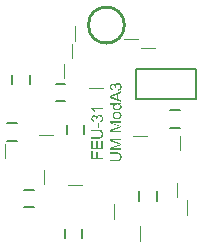
<source format=gto>
G04 Layer_Color=65535*
%FSLAX25Y25*%
%MOIN*%
G70*
G01*
G75*
%ADD18C,0.01000*%
%ADD19C,0.00787*%
%ADD20C,0.00394*%
G36*
X-1280Y9786D02*
X-4279D01*
X-4271Y9778D01*
X-4250Y9757D01*
X-4221Y9720D01*
X-4179Y9666D01*
X-4129Y9603D01*
X-4075Y9524D01*
X-4017Y9437D01*
X-3954Y9337D01*
Y9333D01*
X-3946Y9324D01*
X-3938Y9312D01*
X-3929Y9291D01*
X-3913Y9266D01*
X-3900Y9237D01*
X-3863Y9171D01*
X-3825Y9096D01*
X-3784Y9013D01*
X-3746Y8925D01*
X-3713Y8842D01*
X-4167D01*
X-4171Y8846D01*
X-4175Y8859D01*
X-4187Y8879D01*
X-4200Y8908D01*
X-4216Y8942D01*
X-4241Y8983D01*
X-4266Y9029D01*
X-4291Y9075D01*
X-4358Y9183D01*
X-4437Y9300D01*
X-4520Y9420D01*
X-4616Y9533D01*
X-4620Y9537D01*
X-4628Y9545D01*
X-4641Y9562D01*
X-4662Y9582D01*
X-4687Y9603D01*
X-4712Y9632D01*
X-4782Y9695D01*
X-4857Y9765D01*
X-4944Y9836D01*
X-5036Y9899D01*
X-5132Y9953D01*
Y10256D01*
X-1280D01*
Y9786D01*
D02*
G37*
G36*
X-2361Y8010D02*
X-2328D01*
X-2282Y8002D01*
X-2232Y7993D01*
X-2178Y7985D01*
X-2116Y7968D01*
X-2049Y7948D01*
X-1983Y7923D01*
X-1912Y7893D01*
X-1841Y7856D01*
X-1766Y7814D01*
X-1695Y7764D01*
X-1625Y7710D01*
X-1558Y7644D01*
X-1554Y7640D01*
X-1542Y7627D01*
X-1525Y7606D01*
X-1504Y7577D01*
X-1479Y7544D01*
X-1450Y7498D01*
X-1417Y7448D01*
X-1388Y7390D01*
X-1354Y7328D01*
X-1321Y7257D01*
X-1292Y7182D01*
X-1267Y7099D01*
X-1246Y7012D01*
X-1230Y6920D01*
X-1217Y6824D01*
X-1213Y6720D01*
Y6716D01*
Y6700D01*
X-1217Y6670D01*
Y6637D01*
X-1221Y6591D01*
X-1230Y6542D01*
X-1238Y6487D01*
X-1250Y6425D01*
X-1267Y6358D01*
X-1288Y6292D01*
X-1309Y6221D01*
X-1338Y6150D01*
X-1375Y6080D01*
X-1413Y6013D01*
X-1458Y5942D01*
X-1512Y5880D01*
X-1517Y5876D01*
X-1525Y5867D01*
X-1542Y5851D01*
X-1567Y5826D01*
X-1596Y5801D01*
X-1633Y5772D01*
X-1675Y5743D01*
X-1725Y5709D01*
X-1775Y5676D01*
X-1837Y5643D01*
X-1899Y5610D01*
X-1970Y5581D01*
X-2045Y5556D01*
X-2124Y5531D01*
X-2207Y5514D01*
X-2295Y5502D01*
X-2357Y5971D01*
X-2353D01*
X-2340Y5976D01*
X-2320Y5980D01*
X-2290Y5988D01*
X-2257Y5996D01*
X-2220Y6005D01*
X-2132Y6034D01*
X-2037Y6071D01*
X-1941Y6117D01*
X-1854Y6175D01*
X-1816Y6209D01*
X-1779Y6242D01*
Y6246D01*
X-1770Y6250D01*
X-1762Y6263D01*
X-1750Y6275D01*
X-1725Y6317D01*
X-1691Y6375D01*
X-1658Y6446D01*
X-1633Y6525D01*
X-1612Y6621D01*
X-1604Y6720D01*
Y6724D01*
Y6737D01*
Y6754D01*
X-1608Y6779D01*
X-1612Y6803D01*
X-1616Y6841D01*
X-1633Y6916D01*
X-1658Y7007D01*
X-1700Y7103D01*
X-1729Y7149D01*
X-1758Y7195D01*
X-1791Y7240D01*
X-1833Y7286D01*
X-1837Y7290D01*
X-1845Y7294D01*
X-1858Y7307D01*
X-1874Y7323D01*
X-1895Y7340D01*
X-1924Y7357D01*
X-1953Y7378D01*
X-1991Y7403D01*
X-2074Y7444D01*
X-2170Y7478D01*
X-2282Y7507D01*
X-2340Y7511D01*
X-2403Y7515D01*
X-2436D01*
X-2457Y7511D01*
X-2486Y7507D01*
X-2515Y7502D01*
X-2590Y7490D01*
X-2677Y7461D01*
X-2765Y7423D01*
X-2810Y7398D01*
X-2852Y7369D01*
X-2894Y7336D01*
X-2935Y7299D01*
X-2939Y7294D01*
X-2943Y7290D01*
X-2956Y7278D01*
X-2968Y7261D01*
X-2985Y7240D01*
X-3002Y7215D01*
X-3043Y7153D01*
X-3081Y7074D01*
X-3114Y6982D01*
X-3139Y6878D01*
X-3143Y6820D01*
X-3147Y6762D01*
Y6758D01*
Y6737D01*
X-3143Y6708D01*
Y6670D01*
X-3135Y6621D01*
X-3127Y6566D01*
X-3114Y6500D01*
X-3097Y6429D01*
X-3509Y6479D01*
Y6483D01*
Y6487D01*
X-3505Y6508D01*
X-3501Y6533D01*
Y6558D01*
Y6562D01*
Y6571D01*
Y6587D01*
X-3505Y6608D01*
Y6637D01*
X-3509Y6666D01*
X-3522Y6737D01*
X-3538Y6820D01*
X-3568Y6912D01*
X-3605Y7007D01*
X-3659Y7099D01*
Y7103D01*
X-3667Y7111D01*
X-3676Y7120D01*
X-3688Y7136D01*
X-3726Y7178D01*
X-3780Y7224D01*
X-3846Y7265D01*
X-3929Y7307D01*
X-3975Y7323D01*
X-4029Y7332D01*
X-4083Y7340D01*
X-4142Y7344D01*
X-4167D01*
X-4187Y7340D01*
X-4233Y7336D01*
X-4295Y7323D01*
X-4362Y7303D01*
X-4433Y7270D01*
X-4508Y7224D01*
X-4541Y7199D01*
X-4574Y7165D01*
X-4583Y7157D01*
X-4599Y7132D01*
X-4628Y7095D01*
X-4662Y7045D01*
X-4691Y6978D01*
X-4720Y6899D01*
X-4736Y6812D01*
X-4745Y6712D01*
Y6708D01*
Y6700D01*
Y6687D01*
X-4741Y6666D01*
Y6641D01*
X-4736Y6616D01*
X-4724Y6550D01*
X-4703Y6479D01*
X-4670Y6400D01*
X-4628Y6325D01*
X-4570Y6250D01*
X-4562Y6242D01*
X-4537Y6221D01*
X-4499Y6188D01*
X-4441Y6155D01*
X-4370Y6113D01*
X-4279Y6075D01*
X-4175Y6042D01*
X-4054Y6017D01*
X-4137Y5547D01*
X-4142D01*
X-4158Y5551D01*
X-4183Y5556D01*
X-4216Y5564D01*
X-4254Y5576D01*
X-4300Y5589D01*
X-4350Y5605D01*
X-4404Y5626D01*
X-4524Y5680D01*
X-4583Y5709D01*
X-4645Y5747D01*
X-4703Y5788D01*
X-4761Y5834D01*
X-4820Y5884D01*
X-4870Y5938D01*
X-4874Y5942D01*
X-4882Y5951D01*
X-4895Y5971D01*
X-4911Y5992D01*
X-4932Y6026D01*
X-4953Y6059D01*
X-4978Y6101D01*
X-5003Y6150D01*
X-5023Y6200D01*
X-5049Y6259D01*
X-5069Y6321D01*
X-5090Y6387D01*
X-5107Y6462D01*
X-5119Y6537D01*
X-5127Y6616D01*
X-5132Y6700D01*
Y6704D01*
Y6712D01*
Y6729D01*
Y6754D01*
X-5127Y6783D01*
X-5123Y6812D01*
X-5115Y6891D01*
X-5098Y6978D01*
X-5073Y7078D01*
X-5040Y7178D01*
X-4994Y7278D01*
Y7282D01*
X-4990Y7290D01*
X-4982Y7303D01*
X-4969Y7323D01*
X-4940Y7369D01*
X-4899Y7428D01*
X-4845Y7494D01*
X-4782Y7561D01*
X-4712Y7627D01*
X-4628Y7685D01*
X-4624D01*
X-4620Y7690D01*
X-4603Y7698D01*
X-4587Y7706D01*
X-4566Y7719D01*
X-4541Y7731D01*
X-4479Y7756D01*
X-4404Y7781D01*
X-4321Y7806D01*
X-4229Y7823D01*
X-4133Y7827D01*
X-4092D01*
X-4042Y7819D01*
X-3983Y7810D01*
X-3913Y7794D01*
X-3838Y7769D01*
X-3759Y7735D01*
X-3680Y7690D01*
X-3676D01*
X-3672Y7685D01*
X-3647Y7665D01*
X-3609Y7636D01*
X-3563Y7590D01*
X-3509Y7536D01*
X-3455Y7465D01*
X-3405Y7386D01*
X-3355Y7294D01*
Y7299D01*
X-3351Y7311D01*
X-3347Y7328D01*
X-3339Y7353D01*
X-3330Y7378D01*
X-3318Y7411D01*
X-3285Y7490D01*
X-3239Y7573D01*
X-3185Y7660D01*
X-3114Y7748D01*
X-3027Y7823D01*
X-3023Y7827D01*
X-3014Y7831D01*
X-3002Y7839D01*
X-2981Y7852D01*
X-2960Y7869D01*
X-2931Y7885D01*
X-2898Y7902D01*
X-2856Y7918D01*
X-2815Y7935D01*
X-2769Y7952D01*
X-2665Y7985D01*
X-2544Y8006D01*
X-2478Y8014D01*
X-2390D01*
X-2361Y8010D01*
D02*
G37*
G36*
X4921Y-552D02*
X1706D01*
X4921Y-1676D01*
Y-2133D01*
X1651Y-3240D01*
X4921D01*
Y-3731D01*
X1082D01*
Y-2970D01*
X3802Y-2058D01*
X3806D01*
X3819Y-2054D01*
X3840Y-2046D01*
X3865Y-2038D01*
X3894Y-2029D01*
X3931Y-2017D01*
X4014Y-1988D01*
X4106Y-1959D01*
X4202Y-1929D01*
X4289Y-1900D01*
X4330Y-1888D01*
X4368Y-1875D01*
X4364D01*
X4360Y-1871D01*
X4347Y-1867D01*
X4330Y-1863D01*
X4306Y-1855D01*
X4281Y-1846D01*
X4247Y-1838D01*
X4214Y-1825D01*
X4172Y-1813D01*
X4127Y-1796D01*
X4077Y-1780D01*
X4019Y-1763D01*
X3960Y-1742D01*
X3894Y-1722D01*
X3827Y-1696D01*
X3752Y-1671D01*
X1082Y-748D01*
Y-62D01*
X4921D01*
Y-552D01*
D02*
G37*
G36*
X3444Y-4563D02*
X3498Y-4567D01*
X3561Y-4571D01*
X3632Y-4575D01*
X3777Y-4592D01*
X3931Y-4613D01*
X4081Y-4646D01*
X4152Y-4667D01*
X4218Y-4692D01*
X4222D01*
X4235Y-4696D01*
X4251Y-4704D01*
X4276Y-4717D01*
X4306Y-4733D01*
X4339Y-4750D01*
X4414Y-4800D01*
X4459Y-4829D01*
X4501Y-4862D01*
X4551Y-4904D01*
X4597Y-4945D01*
X4642Y-4995D01*
X4688Y-5045D01*
X4730Y-5103D01*
X4772Y-5166D01*
X4776Y-5170D01*
X4780Y-5183D01*
X4792Y-5199D01*
X4805Y-5228D01*
X4821Y-5262D01*
X4838Y-5303D01*
X4859Y-5349D01*
X4876Y-5407D01*
X4896Y-5466D01*
X4917Y-5532D01*
X4934Y-5607D01*
X4950Y-5686D01*
X4963Y-5773D01*
X4975Y-5865D01*
X4980Y-5960D01*
X4984Y-6060D01*
Y-6064D01*
Y-6085D01*
Y-6114D01*
X4980Y-6152D01*
Y-6198D01*
X4975Y-6247D01*
X4967Y-6310D01*
X4959Y-6372D01*
X4938Y-6514D01*
X4905Y-6663D01*
X4859Y-6809D01*
X4834Y-6880D01*
X4801Y-6946D01*
X4797Y-6951D01*
X4792Y-6963D01*
X4780Y-6980D01*
X4767Y-7000D01*
X4747Y-7030D01*
X4722Y-7063D01*
X4697Y-7096D01*
X4663Y-7134D01*
X4589Y-7217D01*
X4497Y-7296D01*
X4389Y-7371D01*
X4326Y-7404D01*
X4264Y-7433D01*
X4260D01*
X4247Y-7437D01*
X4227Y-7446D01*
X4197Y-7454D01*
X4164Y-7466D01*
X4118Y-7479D01*
X4069Y-7491D01*
X4010Y-7504D01*
X3944Y-7520D01*
X3873Y-7533D01*
X3794Y-7546D01*
X3706Y-7554D01*
X3615Y-7566D01*
X3515Y-7570D01*
X3411Y-7579D01*
X1082D01*
Y-7071D01*
X3382D01*
X3424Y-7067D01*
X3469D01*
X3523Y-7063D01*
X3578Y-7059D01*
X3698Y-7050D01*
X3819Y-7034D01*
X3935Y-7009D01*
X3989Y-6996D01*
X4035Y-6980D01*
X4039D01*
X4044Y-6976D01*
X4056Y-6971D01*
X4073Y-6963D01*
X4118Y-6938D01*
X4168Y-6905D01*
X4231Y-6863D01*
X4289Y-6809D01*
X4347Y-6743D01*
X4401Y-6663D01*
Y-6659D01*
X4405Y-6651D01*
X4414Y-6639D01*
X4422Y-6622D01*
X4430Y-6601D01*
X4439Y-6572D01*
X4451Y-6543D01*
X4464Y-6510D01*
X4484Y-6426D01*
X4505Y-6331D01*
X4522Y-6223D01*
X4526Y-6106D01*
Y-6098D01*
Y-6081D01*
Y-6052D01*
X4522Y-6015D01*
X4518Y-5969D01*
X4514Y-5915D01*
X4505Y-5856D01*
X4493Y-5794D01*
X4464Y-5665D01*
X4443Y-5599D01*
X4418Y-5532D01*
X4389Y-5470D01*
X4355Y-5411D01*
X4318Y-5357D01*
X4272Y-5307D01*
X4268Y-5303D01*
X4260Y-5295D01*
X4243Y-5287D01*
X4222Y-5270D01*
X4193Y-5253D01*
X4156Y-5232D01*
X4110Y-5207D01*
X4056Y-5187D01*
X3994Y-5166D01*
X3923Y-5141D01*
X3844Y-5120D01*
X3757Y-5103D01*
X3657Y-5087D01*
X3548Y-5074D01*
X3428Y-5070D01*
X3299Y-5066D01*
X1082D01*
Y-4559D01*
X3395D01*
X3444Y-4563D01*
D02*
G37*
G36*
X-1280Y-3534D02*
X-5119D01*
Y-755D01*
X-4666D01*
Y-3026D01*
X-3493D01*
Y-901D01*
X-3039D01*
Y-3026D01*
X-1733D01*
Y-668D01*
X-1280D01*
Y-3534D01*
D02*
G37*
G36*
X-4666Y-6284D02*
X-3476D01*
Y-4482D01*
X-3023D01*
Y-6284D01*
X-1280D01*
Y-6791D01*
X-5119D01*
Y-4204D01*
X-4666D01*
Y-6284D01*
D02*
G37*
G36*
X-2432Y3659D02*
X-2906D01*
Y5110D01*
X-2432D01*
Y3659D01*
D02*
G37*
G36*
X-2756Y3055D02*
X-2702Y3051D01*
X-2640Y3047D01*
X-2569Y3043D01*
X-2424Y3026D01*
X-2270Y3005D01*
X-2120Y2972D01*
X-2049Y2951D01*
X-1983Y2926D01*
X-1978D01*
X-1966Y2922D01*
X-1949Y2914D01*
X-1924Y2902D01*
X-1895Y2885D01*
X-1862Y2868D01*
X-1787Y2818D01*
X-1741Y2789D01*
X-1700Y2756D01*
X-1650Y2714D01*
X-1604Y2673D01*
X-1558Y2623D01*
X-1512Y2573D01*
X-1471Y2515D01*
X-1429Y2452D01*
X-1425Y2448D01*
X-1421Y2435D01*
X-1409Y2419D01*
X-1396Y2390D01*
X-1379Y2356D01*
X-1363Y2315D01*
X-1342Y2269D01*
X-1325Y2211D01*
X-1304Y2153D01*
X-1284Y2086D01*
X-1267Y2011D01*
X-1250Y1932D01*
X-1238Y1845D01*
X-1225Y1753D01*
X-1221Y1658D01*
X-1217Y1558D01*
Y1554D01*
Y1533D01*
Y1504D01*
X-1221Y1466D01*
Y1421D01*
X-1225Y1371D01*
X-1234Y1308D01*
X-1242Y1246D01*
X-1263Y1104D01*
X-1296Y955D01*
X-1342Y809D01*
X-1367Y738D01*
X-1400Y672D01*
X-1404Y667D01*
X-1409Y655D01*
X-1421Y638D01*
X-1433Y618D01*
X-1454Y588D01*
X-1479Y555D01*
X-1504Y522D01*
X-1537Y484D01*
X-1612Y401D01*
X-1704Y322D01*
X-1812Y247D01*
X-1874Y214D01*
X-1937Y185D01*
X-1941D01*
X-1953Y181D01*
X-1974Y172D01*
X-2003Y164D01*
X-2037Y152D01*
X-2082Y139D01*
X-2132Y127D01*
X-2191Y114D01*
X-2257Y98D01*
X-2328Y85D01*
X-2407Y73D01*
X-2494Y64D01*
X-2586Y52D01*
X-2686Y48D01*
X-2790Y39D01*
X-5119D01*
Y547D01*
X-2819D01*
X-2777Y551D01*
X-2731D01*
X-2677Y555D01*
X-2623Y559D01*
X-2503Y568D01*
X-2382Y584D01*
X-2265Y609D01*
X-2211Y622D01*
X-2166Y638D01*
X-2161D01*
X-2157Y643D01*
X-2145Y647D01*
X-2128Y655D01*
X-2082Y680D01*
X-2032Y713D01*
X-1970Y755D01*
X-1912Y809D01*
X-1854Y876D01*
X-1799Y955D01*
Y959D01*
X-1795Y967D01*
X-1787Y979D01*
X-1779Y996D01*
X-1770Y1017D01*
X-1762Y1046D01*
X-1750Y1075D01*
X-1737Y1108D01*
X-1716Y1192D01*
X-1695Y1287D01*
X-1679Y1395D01*
X-1675Y1512D01*
Y1520D01*
Y1537D01*
Y1566D01*
X-1679Y1603D01*
X-1683Y1649D01*
X-1687Y1703D01*
X-1695Y1762D01*
X-1708Y1824D01*
X-1737Y1953D01*
X-1758Y2019D01*
X-1783Y2086D01*
X-1812Y2149D01*
X-1845Y2207D01*
X-1883Y2261D01*
X-1929Y2311D01*
X-1933Y2315D01*
X-1941Y2323D01*
X-1958Y2331D01*
X-1978Y2348D01*
X-2008Y2365D01*
X-2045Y2386D01*
X-2091Y2411D01*
X-2145Y2431D01*
X-2207Y2452D01*
X-2278Y2477D01*
X-2357Y2498D01*
X-2444Y2515D01*
X-2544Y2531D01*
X-2652Y2544D01*
X-2773Y2548D01*
X-2902Y2552D01*
X-5119D01*
Y3060D01*
X-2806D01*
X-2756Y3055D01*
D02*
G37*
G36*
X4921Y11437D02*
X4572D01*
X4576Y11433D01*
X4589Y11424D01*
X4609Y11407D01*
X4634Y11387D01*
X4668Y11358D01*
X4701Y11324D01*
X4738Y11287D01*
X4776Y11241D01*
X4817Y11187D01*
X4855Y11129D01*
X4888Y11066D01*
X4917Y10996D01*
X4946Y10917D01*
X4967Y10838D01*
X4980Y10750D01*
X4984Y10655D01*
Y10650D01*
Y10638D01*
Y10621D01*
X4980Y10596D01*
Y10567D01*
X4975Y10534D01*
X4967Y10497D01*
X4959Y10455D01*
X4938Y10359D01*
X4905Y10255D01*
X4859Y10151D01*
X4834Y10097D01*
X4801Y10043D01*
X4797Y10039D01*
X4792Y10030D01*
X4780Y10018D01*
X4767Y9997D01*
X4747Y9972D01*
X4726Y9947D01*
X4668Y9885D01*
X4597Y9814D01*
X4509Y9743D01*
X4405Y9673D01*
X4289Y9610D01*
X4285D01*
X4272Y9602D01*
X4256Y9598D01*
X4231Y9585D01*
X4202Y9577D01*
X4164Y9565D01*
X4118Y9548D01*
X4073Y9535D01*
X4019Y9523D01*
X3960Y9506D01*
X3898Y9494D01*
X3831Y9486D01*
X3690Y9469D01*
X3536Y9461D01*
X3494D01*
X3465Y9465D01*
X3428D01*
X3386Y9469D01*
X3336Y9473D01*
X3282Y9477D01*
X3166Y9494D01*
X3041Y9519D01*
X2908Y9552D01*
X2779Y9598D01*
X2775D01*
X2762Y9606D01*
X2746Y9614D01*
X2721Y9623D01*
X2696Y9640D01*
X2662Y9656D01*
X2588Y9702D01*
X2500Y9760D01*
X2417Y9831D01*
X2334Y9914D01*
X2259Y10014D01*
X2255Y10018D01*
X2251Y10026D01*
X2242Y10043D01*
X2230Y10064D01*
X2217Y10089D01*
X2201Y10122D01*
X2184Y10155D01*
X2167Y10197D01*
X2134Y10289D01*
X2105Y10392D01*
X2084Y10509D01*
X2076Y10571D01*
Y10634D01*
Y10638D01*
Y10646D01*
Y10659D01*
Y10675D01*
X2080Y10725D01*
X2088Y10784D01*
X2101Y10854D01*
X2122Y10929D01*
X2146Y11008D01*
X2184Y11083D01*
Y11087D01*
X2188Y11091D01*
X2205Y11116D01*
X2226Y11150D01*
X2259Y11195D01*
X2300Y11245D01*
X2346Y11299D01*
X2400Y11353D01*
X2463Y11403D01*
X1082D01*
Y11873D01*
X4921D01*
Y11437D01*
D02*
G37*
G36*
Y15272D02*
X3761Y14827D01*
Y13213D01*
X4921Y12797D01*
Y12260D01*
X1082Y13729D01*
Y14278D01*
X4921Y15850D01*
Y15272D01*
D02*
G37*
G36*
X3840Y18575D02*
X3873D01*
X3919Y18567D01*
X3969Y18559D01*
X4023Y18550D01*
X4085Y18534D01*
X4152Y18513D01*
X4218Y18488D01*
X4289Y18459D01*
X4360Y18421D01*
X4434Y18380D01*
X4505Y18330D01*
X4576Y18276D01*
X4642Y18209D01*
X4647Y18205D01*
X4659Y18192D01*
X4676Y18172D01*
X4697Y18143D01*
X4722Y18109D01*
X4751Y18064D01*
X4784Y18014D01*
X4813Y17955D01*
X4846Y17893D01*
X4880Y17822D01*
X4909Y17747D01*
X4934Y17664D01*
X4955Y17577D01*
X4971Y17485D01*
X4984Y17390D01*
X4988Y17286D01*
Y17281D01*
Y17265D01*
X4984Y17236D01*
Y17202D01*
X4980Y17157D01*
X4971Y17107D01*
X4963Y17053D01*
X4950Y16990D01*
X4934Y16924D01*
X4913Y16857D01*
X4892Y16786D01*
X4863Y16716D01*
X4826Y16645D01*
X4788Y16578D01*
X4742Y16508D01*
X4688Y16445D01*
X4684Y16441D01*
X4676Y16433D01*
X4659Y16416D01*
X4634Y16391D01*
X4605Y16366D01*
X4568Y16337D01*
X4526Y16308D01*
X4476Y16275D01*
X4426Y16241D01*
X4364Y16208D01*
X4301Y16175D01*
X4231Y16146D01*
X4156Y16121D01*
X4077Y16096D01*
X3994Y16079D01*
X3906Y16067D01*
X3844Y16537D01*
X3848D01*
X3861Y16541D01*
X3881Y16545D01*
X3910Y16553D01*
X3944Y16562D01*
X3981Y16570D01*
X4069Y16599D01*
X4164Y16637D01*
X4260Y16682D01*
X4347Y16741D01*
X4385Y16774D01*
X4422Y16807D01*
Y16811D01*
X4430Y16815D01*
X4439Y16828D01*
X4451Y16840D01*
X4476Y16882D01*
X4509Y16940D01*
X4543Y17011D01*
X4568Y17090D01*
X4589Y17186D01*
X4597Y17286D01*
Y17290D01*
Y17302D01*
Y17319D01*
X4593Y17344D01*
X4589Y17369D01*
X4584Y17406D01*
X4568Y17481D01*
X4543Y17573D01*
X4501Y17668D01*
X4472Y17714D01*
X4443Y17760D01*
X4410Y17806D01*
X4368Y17851D01*
X4364Y17855D01*
X4355Y17860D01*
X4343Y17872D01*
X4326Y17889D01*
X4306Y17905D01*
X4276Y17922D01*
X4247Y17943D01*
X4210Y17968D01*
X4127Y18009D01*
X4031Y18043D01*
X3919Y18072D01*
X3861Y18076D01*
X3798Y18080D01*
X3765D01*
X3744Y18076D01*
X3715Y18072D01*
X3686Y18068D01*
X3611Y18055D01*
X3523Y18026D01*
X3436Y17989D01*
X3390Y17964D01*
X3349Y17934D01*
X3307Y17901D01*
X3266Y17864D01*
X3261Y17860D01*
X3257Y17855D01*
X3245Y17843D01*
X3232Y17826D01*
X3216Y17806D01*
X3199Y17781D01*
X3157Y17718D01*
X3120Y17639D01*
X3087Y17548D01*
X3062Y17444D01*
X3058Y17385D01*
X3053Y17327D01*
Y17323D01*
Y17302D01*
X3058Y17273D01*
Y17236D01*
X3066Y17186D01*
X3074Y17132D01*
X3087Y17065D01*
X3103Y16994D01*
X2692Y17044D01*
Y17049D01*
Y17053D01*
X2696Y17073D01*
X2700Y17098D01*
Y17123D01*
Y17128D01*
Y17136D01*
Y17153D01*
X2696Y17173D01*
Y17202D01*
X2692Y17232D01*
X2679Y17302D01*
X2662Y17385D01*
X2633Y17477D01*
X2596Y17573D01*
X2542Y17664D01*
Y17668D01*
X2533Y17677D01*
X2525Y17685D01*
X2513Y17702D01*
X2475Y17743D01*
X2421Y17789D01*
X2355Y17831D01*
X2271Y17872D01*
X2226Y17889D01*
X2172Y17897D01*
X2117Y17905D01*
X2059Y17910D01*
X2034D01*
X2013Y17905D01*
X1968Y17901D01*
X1905Y17889D01*
X1839Y17868D01*
X1768Y17835D01*
X1693Y17789D01*
X1660Y17764D01*
X1626Y17731D01*
X1618Y17722D01*
X1602Y17697D01*
X1572Y17660D01*
X1539Y17610D01*
X1510Y17544D01*
X1481Y17465D01*
X1464Y17377D01*
X1456Y17277D01*
Y17273D01*
Y17265D01*
Y17252D01*
X1460Y17232D01*
Y17207D01*
X1464Y17182D01*
X1477Y17115D01*
X1498Y17044D01*
X1531Y16965D01*
X1572Y16890D01*
X1631Y16815D01*
X1639Y16807D01*
X1664Y16786D01*
X1701Y16753D01*
X1760Y16720D01*
X1830Y16678D01*
X1922Y16641D01*
X2026Y16608D01*
X2146Y16582D01*
X2063Y16113D01*
X2059D01*
X2042Y16117D01*
X2018Y16121D01*
X1984Y16129D01*
X1947Y16142D01*
X1901Y16154D01*
X1851Y16171D01*
X1797Y16192D01*
X1677Y16246D01*
X1618Y16275D01*
X1556Y16312D01*
X1498Y16354D01*
X1439Y16399D01*
X1381Y16449D01*
X1331Y16503D01*
X1327Y16508D01*
X1319Y16516D01*
X1306Y16537D01*
X1290Y16558D01*
X1269Y16591D01*
X1248Y16624D01*
X1223Y16666D01*
X1198Y16716D01*
X1177Y16766D01*
X1152Y16824D01*
X1132Y16886D01*
X1111Y16953D01*
X1094Y17028D01*
X1082Y17102D01*
X1073Y17182D01*
X1069Y17265D01*
Y17269D01*
Y17277D01*
Y17294D01*
Y17319D01*
X1073Y17348D01*
X1077Y17377D01*
X1086Y17456D01*
X1102Y17544D01*
X1127Y17643D01*
X1161Y17743D01*
X1206Y17843D01*
Y17847D01*
X1211Y17855D01*
X1219Y17868D01*
X1231Y17889D01*
X1261Y17934D01*
X1302Y17993D01*
X1356Y18059D01*
X1419Y18126D01*
X1489Y18192D01*
X1572Y18251D01*
X1577D01*
X1581Y18255D01*
X1597Y18263D01*
X1614Y18271D01*
X1635Y18284D01*
X1660Y18296D01*
X1722Y18321D01*
X1797Y18346D01*
X1880Y18371D01*
X1972Y18388D01*
X2067Y18392D01*
X2109D01*
X2159Y18384D01*
X2217Y18375D01*
X2288Y18359D01*
X2363Y18334D01*
X2442Y18301D01*
X2521Y18255D01*
X2525D01*
X2529Y18251D01*
X2554Y18230D01*
X2592Y18201D01*
X2637Y18155D01*
X2692Y18101D01*
X2746Y18030D01*
X2795Y17951D01*
X2845Y17860D01*
Y17864D01*
X2850Y17876D01*
X2854Y17893D01*
X2862Y17918D01*
X2870Y17943D01*
X2883Y17976D01*
X2916Y18055D01*
X2962Y18138D01*
X3016Y18226D01*
X3087Y18313D01*
X3174Y18388D01*
X3178Y18392D01*
X3187Y18396D01*
X3199Y18405D01*
X3220Y18417D01*
X3241Y18434D01*
X3270Y18450D01*
X3303Y18467D01*
X3345Y18484D01*
X3386Y18500D01*
X3432Y18517D01*
X3536Y18550D01*
X3657Y18571D01*
X3723Y18579D01*
X3810D01*
X3840Y18575D01*
D02*
G37*
G36*
X3582Y9078D02*
X3627D01*
X3682Y9074D01*
X3740Y9070D01*
X3802Y9061D01*
X3935Y9045D01*
X4077Y9015D01*
X4214Y8974D01*
X4276Y8949D01*
X4339Y8920D01*
X4343D01*
X4351Y8912D01*
X4368Y8903D01*
X4389Y8891D01*
X4414Y8874D01*
X4447Y8853D01*
X4514Y8799D01*
X4593Y8733D01*
X4672Y8654D01*
X4747Y8558D01*
X4817Y8450D01*
Y8446D01*
X4826Y8437D01*
X4834Y8421D01*
X4842Y8396D01*
X4855Y8366D01*
X4871Y8333D01*
X4884Y8296D01*
X4901Y8250D01*
X4917Y8204D01*
X4930Y8150D01*
X4959Y8038D01*
X4975Y7913D01*
X4984Y7780D01*
Y7772D01*
Y7755D01*
X4980Y7726D01*
Y7684D01*
X4971Y7634D01*
X4963Y7576D01*
X4950Y7514D01*
X4938Y7443D01*
X4917Y7368D01*
X4892Y7293D01*
X4863Y7214D01*
X4826Y7135D01*
X4784Y7056D01*
X4734Y6981D01*
X4676Y6906D01*
X4609Y6836D01*
X4605Y6831D01*
X4593Y6819D01*
X4572Y6802D01*
X4538Y6782D01*
X4501Y6752D01*
X4455Y6723D01*
X4397Y6690D01*
X4335Y6657D01*
X4260Y6623D01*
X4181Y6590D01*
X4093Y6561D01*
X3998Y6532D01*
X3894Y6511D01*
X3781Y6494D01*
X3661Y6482D01*
X3532Y6478D01*
X3498D01*
X3457Y6482D01*
X3407Y6486D01*
X3340Y6490D01*
X3266Y6499D01*
X3187Y6515D01*
X3099Y6532D01*
X3008Y6553D01*
X2912Y6582D01*
X2816Y6619D01*
X2721Y6657D01*
X2629Y6707D01*
X2542Y6765D01*
X2463Y6831D01*
X2388Y6906D01*
X2384Y6910D01*
X2375Y6923D01*
X2359Y6944D01*
X2338Y6969D01*
X2317Y7006D01*
X2288Y7048D01*
X2259Y7094D01*
X2230Y7152D01*
X2201Y7210D01*
X2176Y7277D01*
X2146Y7347D01*
X2126Y7426D01*
X2105Y7510D01*
X2088Y7593D01*
X2080Y7684D01*
X2076Y7780D01*
Y7788D01*
Y7805D01*
X2080Y7834D01*
Y7876D01*
X2088Y7926D01*
X2097Y7980D01*
X2109Y8042D01*
X2122Y8113D01*
X2142Y8184D01*
X2167Y8263D01*
X2201Y8337D01*
X2234Y8416D01*
X2280Y8495D01*
X2330Y8570D01*
X2388Y8645D01*
X2454Y8716D01*
X2458Y8720D01*
X2471Y8733D01*
X2492Y8749D01*
X2525Y8774D01*
X2562Y8799D01*
X2608Y8833D01*
X2662Y8866D01*
X2725Y8899D01*
X2795Y8932D01*
X2874Y8966D01*
X2958Y8999D01*
X3049Y9024D01*
X3149Y9049D01*
X3257Y9065D01*
X3374Y9078D01*
X3494Y9082D01*
X3544D01*
X3582Y9078D01*
D02*
G37*
G36*
X4921Y5405D02*
X1706D01*
X4921Y4281D01*
Y3824D01*
X1651Y2717D01*
X4921D01*
Y2226D01*
X1082D01*
Y2988D01*
X3802Y3899D01*
X3806D01*
X3819Y3903D01*
X3840Y3911D01*
X3865Y3920D01*
X3894Y3928D01*
X3931Y3940D01*
X4014Y3969D01*
X4106Y3999D01*
X4202Y4028D01*
X4289Y4057D01*
X4330Y4069D01*
X4368Y4082D01*
X4364D01*
X4360Y4086D01*
X4347Y4090D01*
X4330Y4094D01*
X4306Y4103D01*
X4281Y4111D01*
X4247Y4119D01*
X4214Y4132D01*
X4172Y4144D01*
X4127Y4161D01*
X4077Y4177D01*
X4019Y4194D01*
X3960Y4215D01*
X3894Y4236D01*
X3827Y4261D01*
X3752Y4286D01*
X1082Y5209D01*
Y5895D01*
X4921D01*
Y5405D01*
D02*
G37*
%LPC*%
G36*
X3573Y11449D02*
X3519D01*
X3482Y11445D01*
X3432Y11441D01*
X3378Y11437D01*
X3320Y11433D01*
X3253Y11420D01*
X3120Y11395D01*
X2978Y11353D01*
X2912Y11328D01*
X2850Y11299D01*
X2791Y11266D01*
X2737Y11225D01*
X2733Y11220D01*
X2725Y11216D01*
X2712Y11204D01*
X2696Y11187D01*
X2675Y11162D01*
X2650Y11137D01*
X2600Y11075D01*
X2554Y10996D01*
X2509Y10900D01*
X2492Y10850D01*
X2479Y10796D01*
X2471Y10738D01*
X2467Y10679D01*
Y10675D01*
Y10667D01*
Y10650D01*
X2471Y10625D01*
X2475Y10600D01*
X2479Y10567D01*
X2500Y10497D01*
X2529Y10413D01*
X2550Y10368D01*
X2575Y10322D01*
X2604Y10280D01*
X2642Y10234D01*
X2679Y10193D01*
X2725Y10151D01*
X2729Y10147D01*
X2737Y10143D01*
X2754Y10130D01*
X2775Y10118D01*
X2800Y10101D01*
X2837Y10085D01*
X2874Y10068D01*
X2925Y10047D01*
X2974Y10026D01*
X3037Y10010D01*
X3103Y9993D01*
X3174Y9977D01*
X3257Y9964D01*
X3340Y9951D01*
X3436Y9947D01*
X3536Y9943D01*
X3586D01*
X3623Y9947D01*
X3669Y9951D01*
X3719Y9956D01*
X3773Y9964D01*
X3836Y9972D01*
X3965Y9997D01*
X4098Y10039D01*
X4160Y10064D01*
X4222Y10093D01*
X4281Y10130D01*
X4335Y10168D01*
X4339Y10172D01*
X4347Y10176D01*
X4360Y10193D01*
X4376Y10209D01*
X4397Y10230D01*
X4418Y10255D01*
X4464Y10318D01*
X4514Y10397D01*
X4555Y10488D01*
X4572Y10538D01*
X4584Y10588D01*
X4593Y10642D01*
X4597Y10700D01*
Y10705D01*
Y10713D01*
Y10729D01*
X4593Y10754D01*
X4589Y10779D01*
X4584Y10813D01*
X4563Y10883D01*
X4534Y10966D01*
X4514Y11012D01*
X4493Y11054D01*
X4464Y11100D01*
X4430Y11145D01*
X4393Y11187D01*
X4347Y11229D01*
X4343Y11233D01*
X4335Y11237D01*
X4322Y11249D01*
X4297Y11262D01*
X4272Y11278D01*
X4239Y11299D01*
X4202Y11320D01*
X4156Y11341D01*
X4106Y11358D01*
X4048Y11378D01*
X3981Y11399D01*
X3915Y11416D01*
X3840Y11428D01*
X3757Y11441D01*
X3669Y11445D01*
X3573Y11449D01*
D02*
G37*
G36*
X3349Y14669D02*
X2284Y14265D01*
X2280D01*
X2263Y14257D01*
X2238Y14249D01*
X2201Y14236D01*
X2163Y14220D01*
X2113Y14203D01*
X2059Y14182D01*
X2001Y14161D01*
X1872Y14120D01*
X1739Y14074D01*
X1606Y14028D01*
X1481Y13991D01*
X1485D01*
X1498Y13987D01*
X1518Y13983D01*
X1543Y13978D01*
X1581Y13970D01*
X1618Y13962D01*
X1664Y13949D01*
X1714Y13937D01*
X1768Y13924D01*
X1826Y13908D01*
X1951Y13870D01*
X2084Y13829D01*
X2221Y13783D01*
X3349Y13359D01*
Y14669D01*
D02*
G37*
G36*
X3515Y8600D02*
X3465D01*
X3432Y8595D01*
X3386Y8591D01*
X3336Y8587D01*
X3282Y8579D01*
X3224Y8570D01*
X3099Y8541D01*
X3033Y8525D01*
X2966Y8500D01*
X2904Y8471D01*
X2841Y8441D01*
X2787Y8404D01*
X2733Y8362D01*
X2729Y8358D01*
X2721Y8350D01*
X2708Y8337D01*
X2692Y8321D01*
X2671Y8296D01*
X2650Y8271D01*
X2625Y8238D01*
X2600Y8204D01*
X2550Y8117D01*
X2509Y8017D01*
X2492Y7963D01*
X2479Y7905D01*
X2471Y7842D01*
X2467Y7780D01*
Y7776D01*
Y7763D01*
Y7747D01*
X2471Y7722D01*
X2475Y7693D01*
X2479Y7655D01*
X2500Y7576D01*
X2533Y7480D01*
X2554Y7435D01*
X2579Y7385D01*
X2608Y7335D01*
X2646Y7285D01*
X2687Y7239D01*
X2733Y7193D01*
X2737Y7189D01*
X2746Y7185D01*
X2762Y7173D01*
X2783Y7156D01*
X2812Y7139D01*
X2845Y7119D01*
X2887Y7098D01*
X2933Y7077D01*
X2987Y7056D01*
X3045Y7035D01*
X3112Y7015D01*
X3182Y6998D01*
X3261Y6981D01*
X3345Y6969D01*
X3436Y6965D01*
X3532Y6961D01*
X3582D01*
X3619Y6965D01*
X3665Y6969D01*
X3715Y6973D01*
X3773Y6981D01*
X3831Y6990D01*
X3965Y7019D01*
X4098Y7060D01*
X4160Y7085D01*
X4222Y7119D01*
X4281Y7152D01*
X4335Y7193D01*
X4339Y7198D01*
X4347Y7206D01*
X4360Y7218D01*
X4376Y7235D01*
X4397Y7260D01*
X4418Y7285D01*
X4443Y7318D01*
X4464Y7356D01*
X4514Y7439D01*
X4555Y7539D01*
X4572Y7593D01*
X4584Y7655D01*
X4593Y7713D01*
X4597Y7780D01*
Y7784D01*
Y7797D01*
Y7813D01*
X4593Y7838D01*
X4589Y7867D01*
X4584Y7905D01*
X4563Y7984D01*
X4530Y8075D01*
X4509Y8125D01*
X4484Y8175D01*
X4455Y8221D01*
X4418Y8271D01*
X4376Y8317D01*
X4330Y8362D01*
X4326Y8366D01*
X4318Y8371D01*
X4301Y8383D01*
X4281Y8400D01*
X4251Y8416D01*
X4218Y8437D01*
X4177Y8458D01*
X4127Y8483D01*
X4077Y8504D01*
X4014Y8525D01*
X3948Y8545D01*
X3873Y8562D01*
X3794Y8579D01*
X3706Y8591D01*
X3615Y8595D01*
X3515Y8600D01*
D02*
G37*
%LPD*%
D18*
X5902Y37902D02*
G03*
X5902Y37902I-6000J0D01*
G01*
D19*
X-13287Y1575D02*
Y4724D01*
X-7382Y1575D02*
Y4724D01*
X9902Y13209D02*
Y23209D01*
X29902D01*
Y13209D02*
Y23209D01*
X9902Y13209D02*
X29902D01*
X-31496Y18110D02*
Y21260D01*
X-25591Y18110D02*
Y21260D01*
X-17028Y12500D02*
X-13878D01*
X-17028Y18406D02*
X-13878D01*
X-33071Y-591D02*
X-29921D01*
X-33071Y5315D02*
X-29921D01*
X-27461Y-22835D02*
X-24311D01*
X-27461Y-16929D02*
X-24311D01*
X21260Y3642D02*
X24409D01*
X21260Y9547D02*
X24409D01*
X-13976Y-33071D02*
Y-29921D01*
X-8071Y-33071D02*
Y-29921D01*
X16831Y-20669D02*
Y-17520D01*
X10925Y-20669D02*
Y-17520D01*
D20*
X23543Y-19468D02*
Y-14705D01*
X26949Y-25256D02*
Y-20492D01*
X11102Y-33917D02*
Y-29154D01*
X2342Y-26634D02*
Y-21870D01*
X24587Y-3898D02*
Y866D01*
X8701Y905D02*
X13465D01*
X-12953Y-15335D02*
X-8189D01*
X-20886Y-15118D02*
Y-10354D01*
X11457Y30138D02*
X16220D01*
X5630Y33346D02*
X10394D01*
X-33740Y-6575D02*
Y-1811D01*
X-22500Y1102D02*
X-17736D01*
X-5965Y16850D02*
X-1201D01*
X-14291Y20315D02*
Y25079D01*
X-11594Y26988D02*
Y31752D01*
X-10453Y32717D02*
Y37480D01*
M02*

</source>
